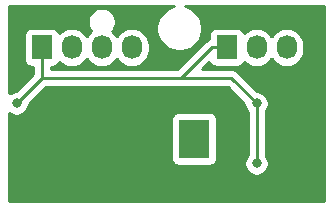
<source format=gbr>
%TF.GenerationSoftware,KiCad,Pcbnew,5.1.6*%
%TF.CreationDate,2020-06-25T18:24:33-05:00*%
%TF.ProjectId,fancontrol,66616e63-6f6e-4747-926f-6c2e6b696361,rev?*%
%TF.SameCoordinates,Original*%
%TF.FileFunction,Copper,L2,Bot*%
%TF.FilePolarity,Positive*%
%FSLAX46Y46*%
G04 Gerber Fmt 4.6, Leading zero omitted, Abs format (unit mm)*
G04 Created by KiCad (PCBNEW 5.1.6) date 2020-06-25 18:24:33*
%MOMM*%
%LPD*%
G01*
G04 APERTURE LIST*
%TA.AperFunction,ComponentPad*%
%ADD10C,0.630000*%
%TD*%
%TA.AperFunction,Conductor*%
%ADD11R,2.600000X3.300000*%
%TD*%
%TA.AperFunction,ComponentPad*%
%ADD12O,1.730000X2.030000*%
%TD*%
%TA.AperFunction,ComponentPad*%
%ADD13R,1.730000X2.030000*%
%TD*%
%TA.AperFunction,ViaPad*%
%ADD14C,0.800000*%
%TD*%
%TA.AperFunction,Conductor*%
%ADD15C,0.250000*%
%TD*%
%TA.AperFunction,NonConductor*%
%ADD16C,0.254000*%
%TD*%
G04 APERTURE END LIST*
D10*
%TO.P,U1,9*%
%TO.N,GND*%
X156650000Y-98290000D03*
X155350000Y-98290000D03*
X156650000Y-95690000D03*
X156650000Y-96990000D03*
X155350000Y-96990000D03*
X155350000Y-95690000D03*
D11*
%TD*%
%TO.N,GND*%
%TO.C,U1*%
X156000000Y-96990000D03*
D12*
%TO.P,J2,3*%
%TO.N,Net-(J1-Pad3)*%
X163830000Y-89240000D03*
%TO.P,J2,2*%
%TO.N,Net-(J2-Pad2)*%
X161290000Y-89240000D03*
D13*
%TO.P,J2,1*%
%TO.N,GND*%
X158750000Y-89240000D03*
%TD*%
D12*
%TO.P,J1,4*%
%TO.N,Net-(J1-Pad4)*%
X150720000Y-89240000D03*
%TO.P,J1,3*%
%TO.N,Net-(J1-Pad3)*%
X148180000Y-89240000D03*
%TO.P,J1,2*%
%TO.N,Net-(C1-Pad1)*%
X145640000Y-89240000D03*
D13*
%TO.P,J1,1*%
%TO.N,GND*%
X143100000Y-89240000D03*
%TD*%
D14*
%TO.N,GND*%
X140970000Y-93980000D03*
X161290000Y-93980000D03*
X161290000Y-99060000D03*
%TD*%
D15*
%TO.N,GND*%
X143100000Y-91850000D02*
X140970000Y-93980000D01*
X143100000Y-89390000D02*
X143100000Y-91850000D01*
X154870000Y-91850000D02*
X143100000Y-91850000D01*
X157480000Y-89240000D02*
X154870000Y-91850000D01*
X159160000Y-91850000D02*
X154870000Y-91850000D01*
X161290000Y-93980000D02*
X159160000Y-91850000D01*
X161290000Y-99060000D02*
X161290000Y-93980000D01*
X157480000Y-89240000D02*
X158750000Y-89240000D01*
%TD*%
D16*
G36*
X154183945Y-85763966D02*
G01*
X153830776Y-85910254D01*
X153512933Y-86122630D01*
X153242630Y-86392933D01*
X153030254Y-86710776D01*
X152883966Y-87063945D01*
X152809390Y-87438867D01*
X152809390Y-87821133D01*
X152883966Y-88196055D01*
X153030254Y-88549224D01*
X153242630Y-88867067D01*
X153512933Y-89137370D01*
X153830776Y-89349746D01*
X154183945Y-89496034D01*
X154558867Y-89570610D01*
X154941133Y-89570610D01*
X155316055Y-89496034D01*
X155669224Y-89349746D01*
X155987067Y-89137370D01*
X156257370Y-88867067D01*
X156469746Y-88549224D01*
X156616034Y-88196055D01*
X156690610Y-87821133D01*
X156690610Y-87438867D01*
X156616034Y-87063945D01*
X156469746Y-86710776D01*
X156257370Y-86392933D01*
X155987067Y-86122630D01*
X155669224Y-85910254D01*
X155316055Y-85763966D01*
X155245843Y-85750000D01*
X166980001Y-85750000D01*
X166980000Y-102210000D01*
X140360000Y-102210000D01*
X140360000Y-95340000D01*
X154061928Y-95340000D01*
X154061928Y-98640000D01*
X154074188Y-98764482D01*
X154110498Y-98884180D01*
X154169463Y-98994494D01*
X154248815Y-99091185D01*
X154345506Y-99170537D01*
X154455820Y-99229502D01*
X154575518Y-99265812D01*
X154700000Y-99278072D01*
X157300000Y-99278072D01*
X157424482Y-99265812D01*
X157544180Y-99229502D01*
X157654494Y-99170537D01*
X157751185Y-99091185D01*
X157830537Y-98994494D01*
X157889502Y-98884180D01*
X157925812Y-98764482D01*
X157938072Y-98640000D01*
X157938072Y-95340000D01*
X157925812Y-95215518D01*
X157889502Y-95095820D01*
X157830537Y-94985506D01*
X157751185Y-94888815D01*
X157654494Y-94809463D01*
X157544180Y-94750498D01*
X157424482Y-94714188D01*
X157300000Y-94701928D01*
X154700000Y-94701928D01*
X154575518Y-94714188D01*
X154455820Y-94750498D01*
X154345506Y-94809463D01*
X154248815Y-94888815D01*
X154169463Y-94985506D01*
X154110498Y-95095820D01*
X154074188Y-95215518D01*
X154061928Y-95340000D01*
X140360000Y-95340000D01*
X140360000Y-94817195D01*
X140479744Y-94897205D01*
X140668102Y-94975226D01*
X140868061Y-95015000D01*
X141071939Y-95015000D01*
X141271898Y-94975226D01*
X141460256Y-94897205D01*
X141629774Y-94783937D01*
X141773937Y-94639774D01*
X141887205Y-94470256D01*
X141965226Y-94281898D01*
X142005000Y-94081939D01*
X142005000Y-94019801D01*
X143414802Y-92610000D01*
X154832678Y-92610000D01*
X154870000Y-92613676D01*
X154907322Y-92610000D01*
X158845199Y-92610000D01*
X160255000Y-94019802D01*
X160255000Y-94081939D01*
X160294774Y-94281898D01*
X160372795Y-94470256D01*
X160486063Y-94639774D01*
X160530001Y-94683712D01*
X160530000Y-98356289D01*
X160486063Y-98400226D01*
X160372795Y-98569744D01*
X160294774Y-98758102D01*
X160255000Y-98958061D01*
X160255000Y-99161939D01*
X160294774Y-99361898D01*
X160372795Y-99550256D01*
X160486063Y-99719774D01*
X160630226Y-99863937D01*
X160799744Y-99977205D01*
X160988102Y-100055226D01*
X161188061Y-100095000D01*
X161391939Y-100095000D01*
X161591898Y-100055226D01*
X161780256Y-99977205D01*
X161949774Y-99863937D01*
X162093937Y-99719774D01*
X162207205Y-99550256D01*
X162285226Y-99361898D01*
X162325000Y-99161939D01*
X162325000Y-98958061D01*
X162285226Y-98758102D01*
X162207205Y-98569744D01*
X162093937Y-98400226D01*
X162050000Y-98356289D01*
X162050000Y-94683711D01*
X162093937Y-94639774D01*
X162207205Y-94470256D01*
X162285226Y-94281898D01*
X162325000Y-94081939D01*
X162325000Y-93878061D01*
X162285226Y-93678102D01*
X162207205Y-93489744D01*
X162093937Y-93320226D01*
X161949774Y-93176063D01*
X161780256Y-93062795D01*
X161591898Y-92984774D01*
X161391939Y-92945000D01*
X161329802Y-92945000D01*
X159723804Y-91339003D01*
X159700001Y-91309999D01*
X159584276Y-91215026D01*
X159452247Y-91144454D01*
X159308986Y-91100997D01*
X159197333Y-91090000D01*
X159197322Y-91090000D01*
X159160000Y-91086324D01*
X159122678Y-91090000D01*
X156704802Y-91090000D01*
X157295541Y-90499261D01*
X157354463Y-90609494D01*
X157433815Y-90706185D01*
X157530506Y-90785537D01*
X157640820Y-90844502D01*
X157760518Y-90880812D01*
X157885000Y-90893072D01*
X159615000Y-90893072D01*
X159739482Y-90880812D01*
X159859180Y-90844502D01*
X159969494Y-90785537D01*
X160066185Y-90706185D01*
X160145537Y-90609494D01*
X160204502Y-90499180D01*
X160219430Y-90449970D01*
X160224208Y-90455792D01*
X160452614Y-90643238D01*
X160713199Y-90782524D01*
X160995950Y-90868295D01*
X161290000Y-90897257D01*
X161584051Y-90868295D01*
X161866802Y-90782524D01*
X162127387Y-90643238D01*
X162355792Y-90455792D01*
X162543238Y-90227387D01*
X162560000Y-90196028D01*
X162576762Y-90227387D01*
X162764208Y-90455792D01*
X162992614Y-90643238D01*
X163253199Y-90782524D01*
X163535950Y-90868295D01*
X163830000Y-90897257D01*
X164124051Y-90868295D01*
X164406802Y-90782524D01*
X164667387Y-90643238D01*
X164895792Y-90455792D01*
X165083238Y-90227387D01*
X165222524Y-89966801D01*
X165308295Y-89684050D01*
X165330000Y-89463679D01*
X165330000Y-89016320D01*
X165308295Y-88795949D01*
X165222524Y-88513198D01*
X165083238Y-88252613D01*
X164895792Y-88024208D01*
X164667386Y-87836762D01*
X164406801Y-87697476D01*
X164124050Y-87611705D01*
X163830000Y-87582743D01*
X163535949Y-87611705D01*
X163253198Y-87697476D01*
X162992613Y-87836762D01*
X162764208Y-88024208D01*
X162576762Y-88252614D01*
X162560000Y-88283973D01*
X162543238Y-88252613D01*
X162355792Y-88024208D01*
X162127386Y-87836762D01*
X161866801Y-87697476D01*
X161584050Y-87611705D01*
X161290000Y-87582743D01*
X160995949Y-87611705D01*
X160713198Y-87697476D01*
X160452613Y-87836762D01*
X160224208Y-88024208D01*
X160219430Y-88030030D01*
X160204502Y-87980820D01*
X160145537Y-87870506D01*
X160066185Y-87773815D01*
X159969494Y-87694463D01*
X159859180Y-87635498D01*
X159739482Y-87599188D01*
X159615000Y-87586928D01*
X157885000Y-87586928D01*
X157760518Y-87599188D01*
X157640820Y-87635498D01*
X157530506Y-87694463D01*
X157433815Y-87773815D01*
X157354463Y-87870506D01*
X157295498Y-87980820D01*
X157259188Y-88100518D01*
X157246928Y-88225000D01*
X157246928Y-88516504D01*
X157187753Y-88534454D01*
X157055724Y-88605026D01*
X157055722Y-88605027D01*
X157055723Y-88605027D01*
X156968996Y-88676201D01*
X156968992Y-88676205D01*
X156939999Y-88699999D01*
X156916205Y-88728992D01*
X154555199Y-91090000D01*
X143860000Y-91090000D01*
X143860000Y-90893072D01*
X143965000Y-90893072D01*
X144089482Y-90880812D01*
X144209180Y-90844502D01*
X144319494Y-90785537D01*
X144416185Y-90706185D01*
X144495537Y-90609494D01*
X144554502Y-90499180D01*
X144569430Y-90449970D01*
X144574208Y-90455792D01*
X144802614Y-90643238D01*
X145063199Y-90782524D01*
X145345950Y-90868295D01*
X145640000Y-90897257D01*
X145934051Y-90868295D01*
X146216802Y-90782524D01*
X146477387Y-90643238D01*
X146705792Y-90455792D01*
X146893238Y-90227387D01*
X146910000Y-90196028D01*
X146926762Y-90227387D01*
X147114208Y-90455792D01*
X147342614Y-90643238D01*
X147603199Y-90782524D01*
X147885950Y-90868295D01*
X148180000Y-90897257D01*
X148474051Y-90868295D01*
X148756802Y-90782524D01*
X149017387Y-90643238D01*
X149245792Y-90455792D01*
X149433238Y-90227387D01*
X149450000Y-90196028D01*
X149466762Y-90227387D01*
X149654208Y-90455792D01*
X149882614Y-90643238D01*
X150143199Y-90782524D01*
X150425950Y-90868295D01*
X150720000Y-90897257D01*
X151014051Y-90868295D01*
X151296802Y-90782524D01*
X151557387Y-90643238D01*
X151785792Y-90455792D01*
X151973238Y-90227387D01*
X152112524Y-89966801D01*
X152198295Y-89684050D01*
X152220000Y-89463679D01*
X152220000Y-89016320D01*
X152198295Y-88795949D01*
X152112524Y-88513198D01*
X151973238Y-88252613D01*
X151785792Y-88024208D01*
X151557386Y-87836762D01*
X151296801Y-87697476D01*
X151014050Y-87611705D01*
X150720000Y-87582743D01*
X150425949Y-87611705D01*
X150143198Y-87697476D01*
X149882613Y-87836762D01*
X149654208Y-88024208D01*
X149466762Y-88252614D01*
X149450000Y-88283973D01*
X149433238Y-88252613D01*
X149245792Y-88024208D01*
X149062257Y-87873587D01*
X149100450Y-87835394D01*
X149230134Y-87641308D01*
X149319461Y-87425652D01*
X149365000Y-87196712D01*
X149365000Y-86963288D01*
X149319461Y-86734348D01*
X149230134Y-86518692D01*
X149100450Y-86324606D01*
X148935394Y-86159550D01*
X148741308Y-86029866D01*
X148525652Y-85940539D01*
X148296712Y-85895000D01*
X148063288Y-85895000D01*
X147834348Y-85940539D01*
X147618692Y-86029866D01*
X147424606Y-86159550D01*
X147259550Y-86324606D01*
X147129866Y-86518692D01*
X147040539Y-86734348D01*
X146995000Y-86963288D01*
X146995000Y-87196712D01*
X147040539Y-87425652D01*
X147129866Y-87641308D01*
X147259550Y-87835394D01*
X147297742Y-87873586D01*
X147114208Y-88024208D01*
X146926762Y-88252614D01*
X146910000Y-88283973D01*
X146893238Y-88252613D01*
X146705792Y-88024208D01*
X146477386Y-87836762D01*
X146216801Y-87697476D01*
X145934050Y-87611705D01*
X145640000Y-87582743D01*
X145345949Y-87611705D01*
X145063198Y-87697476D01*
X144802613Y-87836762D01*
X144574208Y-88024208D01*
X144569430Y-88030030D01*
X144554502Y-87980820D01*
X144495537Y-87870506D01*
X144416185Y-87773815D01*
X144319494Y-87694463D01*
X144209180Y-87635498D01*
X144089482Y-87599188D01*
X143965000Y-87586928D01*
X142235000Y-87586928D01*
X142110518Y-87599188D01*
X141990820Y-87635498D01*
X141880506Y-87694463D01*
X141783815Y-87773815D01*
X141704463Y-87870506D01*
X141645498Y-87980820D01*
X141609188Y-88100518D01*
X141596928Y-88225000D01*
X141596928Y-90255000D01*
X141609188Y-90379482D01*
X141645498Y-90499180D01*
X141704463Y-90609494D01*
X141783815Y-90706185D01*
X141880506Y-90785537D01*
X141990820Y-90844502D01*
X142110518Y-90880812D01*
X142235000Y-90893072D01*
X142340001Y-90893072D01*
X142340001Y-91535197D01*
X140930199Y-92945000D01*
X140868061Y-92945000D01*
X140668102Y-92984774D01*
X140479744Y-93062795D01*
X140360000Y-93142805D01*
X140360000Y-85750000D01*
X154254157Y-85750000D01*
X154183945Y-85763966D01*
G37*
X154183945Y-85763966D02*
X153830776Y-85910254D01*
X153512933Y-86122630D01*
X153242630Y-86392933D01*
X153030254Y-86710776D01*
X152883966Y-87063945D01*
X152809390Y-87438867D01*
X152809390Y-87821133D01*
X152883966Y-88196055D01*
X153030254Y-88549224D01*
X153242630Y-88867067D01*
X153512933Y-89137370D01*
X153830776Y-89349746D01*
X154183945Y-89496034D01*
X154558867Y-89570610D01*
X154941133Y-89570610D01*
X155316055Y-89496034D01*
X155669224Y-89349746D01*
X155987067Y-89137370D01*
X156257370Y-88867067D01*
X156469746Y-88549224D01*
X156616034Y-88196055D01*
X156690610Y-87821133D01*
X156690610Y-87438867D01*
X156616034Y-87063945D01*
X156469746Y-86710776D01*
X156257370Y-86392933D01*
X155987067Y-86122630D01*
X155669224Y-85910254D01*
X155316055Y-85763966D01*
X155245843Y-85750000D01*
X166980001Y-85750000D01*
X166980000Y-102210000D01*
X140360000Y-102210000D01*
X140360000Y-95340000D01*
X154061928Y-95340000D01*
X154061928Y-98640000D01*
X154074188Y-98764482D01*
X154110498Y-98884180D01*
X154169463Y-98994494D01*
X154248815Y-99091185D01*
X154345506Y-99170537D01*
X154455820Y-99229502D01*
X154575518Y-99265812D01*
X154700000Y-99278072D01*
X157300000Y-99278072D01*
X157424482Y-99265812D01*
X157544180Y-99229502D01*
X157654494Y-99170537D01*
X157751185Y-99091185D01*
X157830537Y-98994494D01*
X157889502Y-98884180D01*
X157925812Y-98764482D01*
X157938072Y-98640000D01*
X157938072Y-95340000D01*
X157925812Y-95215518D01*
X157889502Y-95095820D01*
X157830537Y-94985506D01*
X157751185Y-94888815D01*
X157654494Y-94809463D01*
X157544180Y-94750498D01*
X157424482Y-94714188D01*
X157300000Y-94701928D01*
X154700000Y-94701928D01*
X154575518Y-94714188D01*
X154455820Y-94750498D01*
X154345506Y-94809463D01*
X154248815Y-94888815D01*
X154169463Y-94985506D01*
X154110498Y-95095820D01*
X154074188Y-95215518D01*
X154061928Y-95340000D01*
X140360000Y-95340000D01*
X140360000Y-94817195D01*
X140479744Y-94897205D01*
X140668102Y-94975226D01*
X140868061Y-95015000D01*
X141071939Y-95015000D01*
X141271898Y-94975226D01*
X141460256Y-94897205D01*
X141629774Y-94783937D01*
X141773937Y-94639774D01*
X141887205Y-94470256D01*
X141965226Y-94281898D01*
X142005000Y-94081939D01*
X142005000Y-94019801D01*
X143414802Y-92610000D01*
X154832678Y-92610000D01*
X154870000Y-92613676D01*
X154907322Y-92610000D01*
X158845199Y-92610000D01*
X160255000Y-94019802D01*
X160255000Y-94081939D01*
X160294774Y-94281898D01*
X160372795Y-94470256D01*
X160486063Y-94639774D01*
X160530001Y-94683712D01*
X160530000Y-98356289D01*
X160486063Y-98400226D01*
X160372795Y-98569744D01*
X160294774Y-98758102D01*
X160255000Y-98958061D01*
X160255000Y-99161939D01*
X160294774Y-99361898D01*
X160372795Y-99550256D01*
X160486063Y-99719774D01*
X160630226Y-99863937D01*
X160799744Y-99977205D01*
X160988102Y-100055226D01*
X161188061Y-100095000D01*
X161391939Y-100095000D01*
X161591898Y-100055226D01*
X161780256Y-99977205D01*
X161949774Y-99863937D01*
X162093937Y-99719774D01*
X162207205Y-99550256D01*
X162285226Y-99361898D01*
X162325000Y-99161939D01*
X162325000Y-98958061D01*
X162285226Y-98758102D01*
X162207205Y-98569744D01*
X162093937Y-98400226D01*
X162050000Y-98356289D01*
X162050000Y-94683711D01*
X162093937Y-94639774D01*
X162207205Y-94470256D01*
X162285226Y-94281898D01*
X162325000Y-94081939D01*
X162325000Y-93878061D01*
X162285226Y-93678102D01*
X162207205Y-93489744D01*
X162093937Y-93320226D01*
X161949774Y-93176063D01*
X161780256Y-93062795D01*
X161591898Y-92984774D01*
X161391939Y-92945000D01*
X161329802Y-92945000D01*
X159723804Y-91339003D01*
X159700001Y-91309999D01*
X159584276Y-91215026D01*
X159452247Y-91144454D01*
X159308986Y-91100997D01*
X159197333Y-91090000D01*
X159197322Y-91090000D01*
X159160000Y-91086324D01*
X159122678Y-91090000D01*
X156704802Y-91090000D01*
X157295541Y-90499261D01*
X157354463Y-90609494D01*
X157433815Y-90706185D01*
X157530506Y-90785537D01*
X157640820Y-90844502D01*
X157760518Y-90880812D01*
X157885000Y-90893072D01*
X159615000Y-90893072D01*
X159739482Y-90880812D01*
X159859180Y-90844502D01*
X159969494Y-90785537D01*
X160066185Y-90706185D01*
X160145537Y-90609494D01*
X160204502Y-90499180D01*
X160219430Y-90449970D01*
X160224208Y-90455792D01*
X160452614Y-90643238D01*
X160713199Y-90782524D01*
X160995950Y-90868295D01*
X161290000Y-90897257D01*
X161584051Y-90868295D01*
X161866802Y-90782524D01*
X162127387Y-90643238D01*
X162355792Y-90455792D01*
X162543238Y-90227387D01*
X162560000Y-90196028D01*
X162576762Y-90227387D01*
X162764208Y-90455792D01*
X162992614Y-90643238D01*
X163253199Y-90782524D01*
X163535950Y-90868295D01*
X163830000Y-90897257D01*
X164124051Y-90868295D01*
X164406802Y-90782524D01*
X164667387Y-90643238D01*
X164895792Y-90455792D01*
X165083238Y-90227387D01*
X165222524Y-89966801D01*
X165308295Y-89684050D01*
X165330000Y-89463679D01*
X165330000Y-89016320D01*
X165308295Y-88795949D01*
X165222524Y-88513198D01*
X165083238Y-88252613D01*
X164895792Y-88024208D01*
X164667386Y-87836762D01*
X164406801Y-87697476D01*
X164124050Y-87611705D01*
X163830000Y-87582743D01*
X163535949Y-87611705D01*
X163253198Y-87697476D01*
X162992613Y-87836762D01*
X162764208Y-88024208D01*
X162576762Y-88252614D01*
X162560000Y-88283973D01*
X162543238Y-88252613D01*
X162355792Y-88024208D01*
X162127386Y-87836762D01*
X161866801Y-87697476D01*
X161584050Y-87611705D01*
X161290000Y-87582743D01*
X160995949Y-87611705D01*
X160713198Y-87697476D01*
X160452613Y-87836762D01*
X160224208Y-88024208D01*
X160219430Y-88030030D01*
X160204502Y-87980820D01*
X160145537Y-87870506D01*
X160066185Y-87773815D01*
X159969494Y-87694463D01*
X159859180Y-87635498D01*
X159739482Y-87599188D01*
X159615000Y-87586928D01*
X157885000Y-87586928D01*
X157760518Y-87599188D01*
X157640820Y-87635498D01*
X157530506Y-87694463D01*
X157433815Y-87773815D01*
X157354463Y-87870506D01*
X157295498Y-87980820D01*
X157259188Y-88100518D01*
X157246928Y-88225000D01*
X157246928Y-88516504D01*
X157187753Y-88534454D01*
X157055724Y-88605026D01*
X157055722Y-88605027D01*
X157055723Y-88605027D01*
X156968996Y-88676201D01*
X156968992Y-88676205D01*
X156939999Y-88699999D01*
X156916205Y-88728992D01*
X154555199Y-91090000D01*
X143860000Y-91090000D01*
X143860000Y-90893072D01*
X143965000Y-90893072D01*
X144089482Y-90880812D01*
X144209180Y-90844502D01*
X144319494Y-90785537D01*
X144416185Y-90706185D01*
X144495537Y-90609494D01*
X144554502Y-90499180D01*
X144569430Y-90449970D01*
X144574208Y-90455792D01*
X144802614Y-90643238D01*
X145063199Y-90782524D01*
X145345950Y-90868295D01*
X145640000Y-90897257D01*
X145934051Y-90868295D01*
X146216802Y-90782524D01*
X146477387Y-90643238D01*
X146705792Y-90455792D01*
X146893238Y-90227387D01*
X146910000Y-90196028D01*
X146926762Y-90227387D01*
X147114208Y-90455792D01*
X147342614Y-90643238D01*
X147603199Y-90782524D01*
X147885950Y-90868295D01*
X148180000Y-90897257D01*
X148474051Y-90868295D01*
X148756802Y-90782524D01*
X149017387Y-90643238D01*
X149245792Y-90455792D01*
X149433238Y-90227387D01*
X149450000Y-90196028D01*
X149466762Y-90227387D01*
X149654208Y-90455792D01*
X149882614Y-90643238D01*
X150143199Y-90782524D01*
X150425950Y-90868295D01*
X150720000Y-90897257D01*
X151014051Y-90868295D01*
X151296802Y-90782524D01*
X151557387Y-90643238D01*
X151785792Y-90455792D01*
X151973238Y-90227387D01*
X152112524Y-89966801D01*
X152198295Y-89684050D01*
X152220000Y-89463679D01*
X152220000Y-89016320D01*
X152198295Y-88795949D01*
X152112524Y-88513198D01*
X151973238Y-88252613D01*
X151785792Y-88024208D01*
X151557386Y-87836762D01*
X151296801Y-87697476D01*
X151014050Y-87611705D01*
X150720000Y-87582743D01*
X150425949Y-87611705D01*
X150143198Y-87697476D01*
X149882613Y-87836762D01*
X149654208Y-88024208D01*
X149466762Y-88252614D01*
X149450000Y-88283973D01*
X149433238Y-88252613D01*
X149245792Y-88024208D01*
X149062257Y-87873587D01*
X149100450Y-87835394D01*
X149230134Y-87641308D01*
X149319461Y-87425652D01*
X149365000Y-87196712D01*
X149365000Y-86963288D01*
X149319461Y-86734348D01*
X149230134Y-86518692D01*
X149100450Y-86324606D01*
X148935394Y-86159550D01*
X148741308Y-86029866D01*
X148525652Y-85940539D01*
X148296712Y-85895000D01*
X148063288Y-85895000D01*
X147834348Y-85940539D01*
X147618692Y-86029866D01*
X147424606Y-86159550D01*
X147259550Y-86324606D01*
X147129866Y-86518692D01*
X147040539Y-86734348D01*
X146995000Y-86963288D01*
X146995000Y-87196712D01*
X147040539Y-87425652D01*
X147129866Y-87641308D01*
X147259550Y-87835394D01*
X147297742Y-87873586D01*
X147114208Y-88024208D01*
X146926762Y-88252614D01*
X146910000Y-88283973D01*
X146893238Y-88252613D01*
X146705792Y-88024208D01*
X146477386Y-87836762D01*
X146216801Y-87697476D01*
X145934050Y-87611705D01*
X145640000Y-87582743D01*
X145345949Y-87611705D01*
X145063198Y-87697476D01*
X144802613Y-87836762D01*
X144574208Y-88024208D01*
X144569430Y-88030030D01*
X144554502Y-87980820D01*
X144495537Y-87870506D01*
X144416185Y-87773815D01*
X144319494Y-87694463D01*
X144209180Y-87635498D01*
X144089482Y-87599188D01*
X143965000Y-87586928D01*
X142235000Y-87586928D01*
X142110518Y-87599188D01*
X141990820Y-87635498D01*
X141880506Y-87694463D01*
X141783815Y-87773815D01*
X141704463Y-87870506D01*
X141645498Y-87980820D01*
X141609188Y-88100518D01*
X141596928Y-88225000D01*
X141596928Y-90255000D01*
X141609188Y-90379482D01*
X141645498Y-90499180D01*
X141704463Y-90609494D01*
X141783815Y-90706185D01*
X141880506Y-90785537D01*
X141990820Y-90844502D01*
X142110518Y-90880812D01*
X142235000Y-90893072D01*
X142340001Y-90893072D01*
X142340001Y-91535197D01*
X140930199Y-92945000D01*
X140868061Y-92945000D01*
X140668102Y-92984774D01*
X140479744Y-93062795D01*
X140360000Y-93142805D01*
X140360000Y-85750000D01*
X154254157Y-85750000D01*
X154183945Y-85763966D01*
M02*

</source>
